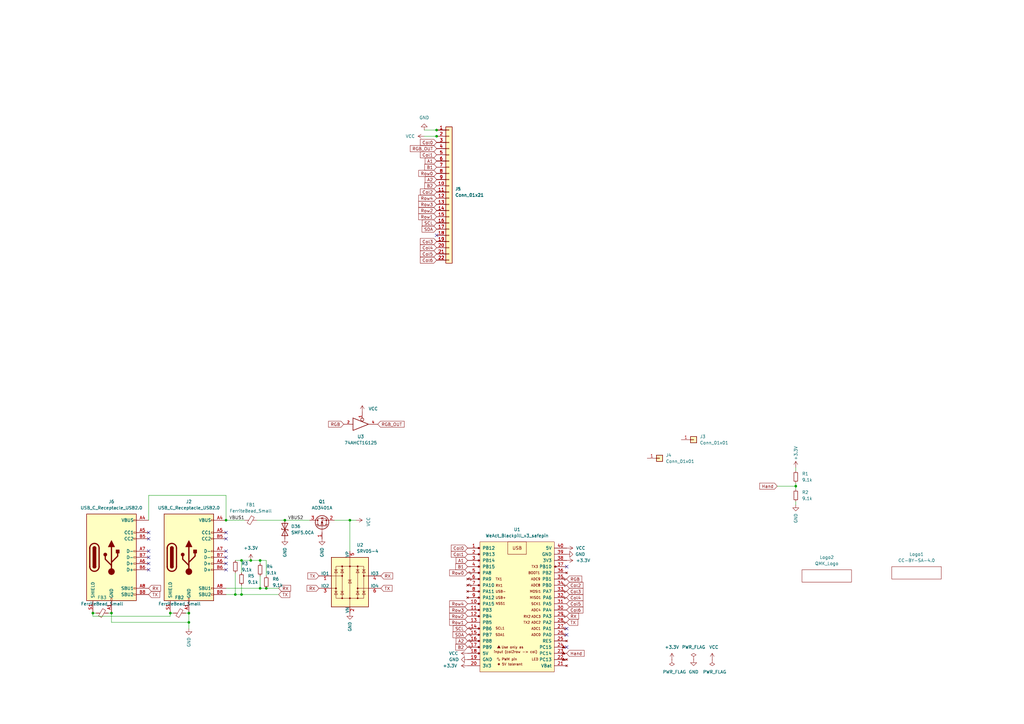
<source format=kicad_sch>
(kicad_sch (version 20211123) (generator eeschema)
  (paper "A3")
  (title_block (title "RefleXion 65 - MCU Module") (date "2022-10-10") (rev "v1.0.0") (company "Tweety's Wild Thinking") (comment 1 "Design: Markus Knutsson <markus.knutsson@tweety.se>") (comment 2 "Concept: Pedro Quaresma <pq@live.ie>") (comment 3 "https://github.com/TweetyDaBird") (comment 4 "Licensed under Creative Commons BY-SA 4.0 International"))
  (lib_symbols
    (symbol "74xGxx:74AHCT1G125" (pin_names (offset 1.016))
      (property "Reference" "U" (at -2.54 3.81 0))
      (property "Value" "74AHCT1G125" (at 0 -3.81 0))
      (symbol "74AHCT1G125_0_1"
        (polyline (pts (xy -3.81 2.54) (xy -3.81 -2.54) (xy 2.54 0) (xy -3.81 2.54)) (stroke (width 0.254)))
      )
      (symbol "74AHCT1G125_1_1"
        (pin input inverted (at 0 5.08 270) (length 3.81) (name "~") (number "1"))
        (pin input line (at -7.62 0 0) (length 3.81) (name "~") (number "2"))
        (pin power_in line (at 1.27 -1.27 270) (length 0) hide (name "GND") (number "3"))
        (pin tri_state line (at 6.35 0 180) (length 3.81) (name "~") (number "4"))
        (pin power_in line (at 1.27 1.27 90) (length 0) hide (name "VCC") (number "5"))
      )
    )
    (symbol "Connector:USB_C_Receptacle_USB2.0" (pin_names (offset 1.016))
      (property "Reference" "J" (at -10.16 19.05 0))
      (property "Value" "USB_C_Receptacle_USB2.0" (at 19.05 19.05 0))
      (symbol "USB_C_Receptacle_USB2.0_0_0"
        (rectangle (start -0.254 -17.78) (end 0.254 -16.764))
        (rectangle (start 10.16 -14.986) (end 9.144 -15.494))
        (rectangle (start 10.16 -12.446) (end 9.144 -12.954))
        (rectangle (start 10.16 -4.826) (end 9.144 -5.334))
        (rectangle (start 10.16 -2.286) (end 9.144 -2.794))
        (rectangle (start 10.16 0.254) (end 9.144 -0.254))
        (rectangle (start 10.16 2.794) (end 9.144 2.286))
        (rectangle (start 10.16 7.874) (end 9.144 7.366))
        (rectangle (start 10.16 10.414) (end 9.144 9.906))
        (rectangle (start 10.16 15.494) (end 9.144 14.986))
      )
      (symbol "USB_C_Receptacle_USB2.0_0_1"
        (rectangle (start -10.16 17.78) (end 10.16 -17.78) (stroke (width 0.254)) (fill (type background)))
        (arc (start -8.89 -3.81) (mid -6.985 -5.715) (end -5.08 -3.81) (stroke (width 0.508)))
        (arc (start -7.62 -3.81) (mid -6.985 -4.445) (end -6.35 -3.81) (stroke (width 0.254)))
        (arc (start -7.62 -3.81) (mid -6.985 -4.445) (end -6.35 -3.81) (stroke (width 0.254)) (fill (type outline)))
        (rectangle (start -7.62 -3.81) (end -6.35 3.81) (stroke (width 0.254)) (fill (type outline)))
        (arc (start -6.35 3.81) (mid -6.985 4.445) (end -7.62 3.81) (stroke (width 0.254)))
        (arc (start -6.35 3.81) (mid -6.985 4.445) (end -7.62 3.81) (stroke (width 0.254)) (fill (type outline)))
        (arc (start -5.08 3.81) (mid -6.985 5.715) (end -8.89 3.81) (stroke (width 0.508)))
        (circle (center -2.54 1.143) (radius 0.635) (stroke (width 0.254)) (fill (type outline)))
        (circle (center 0 -5.842) (radius 1.27) (fill (type outline)))
        (polyline (pts (xy -8.89 -3.81) (xy -8.89 3.81)) (stroke (width 0.508)))
        (polyline (pts (xy -5.08 3.81) (xy -5.08 -3.81)) (stroke (width 0.508)))
        (polyline (pts (xy 0 -5.842) (xy 0 4.318)) (stroke (width 0.508)))
        (polyline (pts (xy 0 -3.302) (xy -2.54 -0.762) (xy -2.54 0.508)) (stroke (width 0.508)))
        (polyline (pts (xy 0 -2.032) (xy 2.54 0.508) (xy 2.54 1.778)) (stroke (width 0.508)))
        (polyline (pts (xy -1.27 4.318) (xy 0 6.858) (xy 1.27 4.318) (xy -1.27 4.318)) (stroke (width 0.254)) (fill (type outline)))
        (rectangle (start 1.905 1.778) (end 3.175 3.048) (stroke (width 0.254)) (fill (type outline)))
      )
      (symbol "USB_C_Receptacle_USB2.0_1_1"
        (pin passive line (at 0 -22.86 90) (length 5.08) (name "GND") (number "A1"))
        (pin passive line (at 0 -22.86 90) (length 5.08) hide (name "GND") (number "A12"))
        (pin passive line (at 15.24 15.24 180) (length 5.08) (name "VBUS") (number "A4"))
        (pin bidirectional line (at 15.24 10.16 180) (length 5.08) (name "CC1") (number "A5"))
        (pin bidirectional line (at 15.24 -2.54 180) (length 5.08) (name "D+") (number "A6"))
        (pin bidirectional line (at 15.24 2.54 180) (length 5.08) (name "D-") (number "A7"))
        (pin bidirectional line (at 15.24 -12.7 180) (length 5.08) (name "SBU1") (number "A8"))
        (pin passive line (at 15.24 15.24 180) (length 5.08) hide (name "VBUS") (number "A9"))
        (pin passive line (at 0 -22.86 90) (length 5.08) hide (name "GND") (number "B1"))
        (pin passive line (at 0 -22.86 90) (length 5.08) hide (name "GND") (number "B12"))
        (pin passive line (at 15.24 15.24 180) (length 5.08) hide (name "VBUS") (number "B4"))
        (pin bidirectional line (at 15.24 7.62 180) (length 5.08) (name "CC2") (number "B5"))
        (pin bidirectional line (at 15.24 -5.08 180) (length 5.08) (name "D+") (number "B6"))
        (pin bidirectional line (at 15.24 0 180) (length 5.08) (name "D-") (number "B7"))
        (pin bidirectional line (at 15.24 -15.24 180) (length 5.08) (name "SBU2") (number "B8"))
        (pin passive line (at 15.24 15.24 180) (length 5.08) hide (name "VBUS") (number "B9"))
        (pin passive line (at -7.62 -22.86 90) (length 5.08) (name "SHIELD") (number "S1"))
      )
    )
    (symbol "Connector_Generic:Conn_01x01" (pin_names (offset 1.016) hide)
      (property "Reference" "J" (at 0 2.54 0))
      (property "Value" "Conn_01x01" (at 0 -2.54 0))
      (symbol "Conn_01x01_1_1"
        (rectangle (start -1.27 0.127) (end 0 -0.127) (stroke (width 0.1524)))
        (rectangle (start -1.27 1.27) (end 1.27 -1.27) (stroke (width 0.254)) (fill (type background)))
        (pin passive line (at -5.08 0 0) (length 3.81) (name "Pin_1") (number "1"))
      )
    )
    (symbol "Connector_Generic:Conn_01x22" (pin_names (offset 1.016) hide)
      (property "Reference" "J" (at 0 27.94 0))
      (property "Value" "Conn_01x22" (at 0 -30.48 0))
      (symbol "Conn_01x22_1_1"
        (rectangle (start -1.27 -27.813) (end 0 -28.067) (stroke (width 0.1524)))
        (rectangle (start -1.27 -25.273) (end 0 -25.527) (stroke (width 0.1524)))
        (rectangle (start -1.27 -22.733) (end 0 -22.987) (stroke (width 0.1524)))
        (rectangle (start -1.27 -20.193) (end 0 -20.447) (stroke (width 0.1524)))
        (rectangle (start -1.27 -17.653) (end 0 -17.907) (stroke (width 0.1524)))
        (rectangle (start -1.27 -15.113) (end 0 -15.367) (stroke (width 0.1524)))
        (rectangle (start -1.27 -12.573) (end 0 -12.827) (stroke (width 0.1524)))
        (rectangle (start -1.27 -10.033) (end 0 -10.287) (stroke (width 0.1524)))
        (rectangle (start -1.27 -7.493) (end 0 -7.747) (stroke (width 0.1524)))
        (rectangle (start -1.27 -4.953) (end 0 -5.207) (stroke (width 0.1524)))
        (rectangle (start -1.27 -2.413) (end 0 -2.667) (stroke (width 0.1524)))
        (rectangle (start -1.27 0.127) (end 0 -0.127) (stroke (width 0.1524)))
        (rectangle (start -1.27 2.667) (end 0 2.413) (stroke (width 0.1524)))
        (rectangle (start -1.27 5.207) (end 0 4.953) (stroke (width 0.1524)))
        (rectangle (start -1.27 7.747) (end 0 7.493) (stroke (width 0.1524)))
        (rectangle (start -1.27 10.287) (end 0 10.033) (stroke (width 0.1524)))
        (rectangle (start -1.27 12.827) (end 0 12.573) (stroke (width 0.1524)))
        (rectangle (start -1.27 15.367) (end 0 15.113) (stroke (width 0.1524)))
        (rectangle (start -1.27 17.907) (end 0 17.653) (stroke (width 0.1524)))
        (rectangle (start -1.27 20.447) (end 0 20.193) (stroke (width 0.1524)))
        (rectangle (start -1.27 22.987) (end 0 22.733) (stroke (width 0.1524)))
        (rectangle (start -1.27 25.527) (end 0 25.273) (stroke (width 0.1524)))
        (rectangle (start -1.27 26.67) (end 1.27 -29.21) (stroke (width 0.254)) (fill (type background)))
        (pin passive line (at -5.08 25.4 0) (length 3.81) (name "Pin_1") (number "1"))
        (pin passive line (at -5.08 2.54 0) (length 3.81) (name "Pin_10") (number "10"))
        (pin passive line (at -5.08 0 0) (length 3.81) (name "Pin_11") (number "11"))
        (pin passive line (at -5.08 -2.54 0) (length 3.81) (name "Pin_12") (number "12"))
        (pin passive line (at -5.08 -5.08 0) (length 3.81) (name "Pin_13") (number "13"))
        (pin passive line (at -5.08 -7.62 0) (length 3.81) (name "Pin_14") (number "14"))
        (pin passive line (at -5.08 -10.16 0) (length 3.81) (name "Pin_15") (number "15"))
        (pin passive line (at -5.08 -12.7 0) (length 3.81) (name "Pin_16") (number "16"))
        (pin passive line (at -5.08 -15.24 0) (length 3.81) (name "Pin_17") (number "17"))
        (pin passive line (at -5.08 -17.78 0) (length 3.81) (name "Pin_18") (number "18"))
        (pin passive line (at -5.08 -20.32 0) (length 3.81) (name "Pin_19") (number "19"))
        (pin passive line (at -5.08 22.86 0) (length 3.81) (name "Pin_2") (number "2"))
        (pin passive line (at -5.08 -22.86 0) (length 3.81) (name "Pin_20") (number "20"))
        (pin passive line (at -5.08 -25.4 0) (length 3.81) (name "Pin_21") (number "21"))
        (pin passive line (at -5.08 -27.94 0) (length 3.81) (name "Pin_22") (number "22"))
        (pin passive line (at -5.08 20.32 0) (length 3.81) (name "Pin_3") (number "3"))
        (pin passive line (at -5.08 17.78 0) (length 3.81) (name "Pin_4") (number "4"))
        (pin passive line (at -5.08 15.24 0) (length 3.81) (name "Pin_5") (number "5"))
        (pin passive line (at -5.08 12.7 0) (length 3.81) (name "Pin_6") (number "6"))
        (pin passive line (at -5.08 10.16 0) (length 3.81) (name "Pin_7") (number "7"))
        (pin passive line (at -5.08 7.62 0) (length 3.81) (name "Pin_8") (number "8"))
        (pin passive line (at -5.08 5.08 0) (length 3.81) (name "Pin_9") (number "9"))
      )
    )
    (symbol "Device:FerriteBead_Small" (pin_numbers hide) (pin_names (offset 0))
      (property "Reference" "FB" (at 1.905 1.27 0))
      (property "Value" "FerriteBead_Small" (at 1.905 -1.27 0))
      (symbol "FerriteBead_Small_0_1"
        (polyline (pts (xy 0 -1.27) (xy 0 -0.7874)))
        (polyline (pts (xy 0 0.889) (xy 0 1.2954)))
        (polyline (pts (xy -1.8288 0.2794) (xy -1.1176 1.4986) (xy 1.8288 -0.2032) (xy 1.1176 -1.4224) (xy -1.8288 0.2794)))
      )
      (symbol "FerriteBead_Small_1_1"
        (pin passive line (at 0 2.54 270) (length 1.27) (name "~") (number "1"))
        (pin passive line (at 0 -2.54 90) (length 1.27) (name "~") (number "2"))
      )
    )
    (symbol "Device:R_Small" (pin_numbers hide) (pin_names (offset 0.254) hide)
      (property "Reference" "R" (at 0.762 0.508 0))
      (property "Value" "R_Small" (at 0.762 -1.016 0))
      (symbol "R_Small_0_1"
        (rectangle (start -0.762 1.778) (end 0.762 -1.778) (stroke (width 0.2032)))
      )
      (symbol "R_Small_1_1"
        (pin passive line (at 0 2.54 270) (length 0.762) (name "~") (number "1"))
        (pin passive line (at 0 -2.54 90) (length 0.762) (name "~") (number "2"))
      )
    )
    (symbol "Keyboard Common:SMF5.0CA" (pin_numbers hide) (pin_names (offset 1.016) hide)
      (property "Reference" "D39" (at 2.54 0 90))
      (property "Value" "SMF5.0CA" (at 2.54 -2.54 90))
      (symbol "SMF5.0CA_0_1"
        (polyline (pts (xy 1.27 0) (xy -1.27 0)))
        (polyline (pts (xy 0.508 1.27) (xy 0 1.27) (xy 0 -1.27) (xy -0.508 -1.27)) (stroke (width 0.254)))
        (polyline (pts (xy -2.54 1.27) (xy -2.54 -1.27) (xy 2.54 1.27) (xy 2.54 -1.27) (xy -2.54 1.27)) (stroke (width 0.254)))
      )
      (symbol "SMF5.0CA_1_1"
        (pin passive line (at -3.81 0 0) (length 2.54) (name "A1") (number "1"))
        (pin passive line (at 3.81 0 180) (length 2.54) (name "A2") (number "2"))
      )
    )
    (symbol "Keyboard Controllers:WeAct_Blackpill_v3_safepin" (pin_names (offset 1.016))
      (property "Reference" "U" (at -12.7 27.94 0))
      (property "Value" "WeAct_Blackpill_v3_safepin" (at 0 2.54 90))
      (symbol "WeAct_Blackpill_v3_safepin_0_0"
        (circle (center -15.748 -20.32) (radius 0.3556) (fill (type outline)))
        (circle (center -15.748 -17.78) (radius 0.3556) (fill (type outline)))
        (circle (center -15.748 -15.24) (radius 0.3556) (fill (type outline)))
        (circle (center -15.748 -12.7) (radius 0.3556) (fill (type outline)))
        (circle (center -15.748 -10.16) (radius 0.3556) (fill (type outline)))
        (circle (center -15.748 -5.08) (radius 0.3556) (fill (type outline)))
        (circle (center -15.748 -2.54) (radius 0.3556) (fill (type outline)))
        (circle (center -15.748 0) (radius 0.3556) (fill (type outline)))
        (circle (center -15.748 2.54) (radius 0.3556) (fill (type outline)))
        (circle (center -15.748 5.08) (radius 0.3556) (fill (type outline)))
        (circle (center -15.748 7.62) (radius 0.3556) (fill (type outline)))
        (circle (center -15.748 10.16) (radius 0.3556) (fill (type outline)))
        (circle (center -15.748 12.7) (radius 0.3556) (fill (type outline)))
        (circle (center -15.748 15.24) (radius 0.3556) (fill (type outline)))
        (circle (center -15.748 17.78) (radius 0.3556) (fill (type outline)))
        (circle (center -15.748 22.86) (radius 0.3556) (fill (type outline)))
        (circle (center -7.493 -24.765) (radius 0.127) (fill (type outline)))
        (circle (center -7.493 -24.765) (radius 0.254))
        (circle (center -7.493 -24.765) (radius 0.3556))
        (polyline (pts (xy -8.128 -18.161) (xy -7.493 -17.145) (xy -6.858 -18.161) (xy -8.128 -18.161) (xy -7.493 -17.272) (xy -6.985 -18.161) (xy -8.001 -18.034) (xy -7.493 -17.399) (xy -7.112 -18.161) (xy -7.874 -17.907) (xy -7.366 -17.526) (xy -7.239 -18.161) (xy -7.747 -17.78) (xy -7.239 -17.653) (xy -7.366 -18.034) (xy -7.62 -17.78) (xy -7.366 -17.907) (xy -7.493 -17.653)))
        (polyline (pts (xy 18.415 -23.241) (xy 19.05 -22.225) (xy 19.685 -23.241) (xy 18.415 -23.241) (xy 19.05 -22.352) (xy 19.558 -23.241) (xy 18.542 -23.114) (xy 19.05 -22.479) (xy 19.431 -23.241) (xy 18.669 -22.987) (xy 19.177 -22.606) (xy 19.304 -23.241) (xy 18.796 -22.86) (xy 19.304 -22.733) (xy 19.177 -23.114) (xy 18.923 -22.86) (xy 19.177 -22.987) (xy 19.05 -22.733)))
        (polyline (pts (xy 18.415 -20.701) (xy 19.05 -19.685) (xy 19.685 -20.701) (xy 18.415 -20.701) (xy 19.05 -19.812) (xy 19.558 -20.701) (xy 18.542 -20.574) (xy 19.05 -19.939) (xy 19.431 -20.701) (xy 18.669 -20.447) (xy 19.177 -20.066) (xy 19.304 -20.701) (xy 18.796 -20.32) (xy 19.304 -20.193) (xy 19.177 -20.574) (xy 18.923 -20.32) (xy 19.177 -20.447) (xy 19.05 -20.193)))
        (polyline (pts (xy 18.415 -18.161) (xy 19.05 -17.145) (xy 19.685 -18.161) (xy 18.415 -18.161) (xy 19.05 -17.272) (xy 19.558 -18.161) (xy 18.542 -18.034) (xy 19.05 -17.399) (xy 19.431 -18.161) (xy 18.669 -17.907) (xy 19.177 -17.526) (xy 19.304 -18.161) (xy 18.796 -17.78) (xy 19.304 -17.653) (xy 19.177 -18.034) (xy 18.923 -17.78) (xy 19.177 -17.907) (xy 19.05 -17.653)))
        (circle (center 15.748 15.24) (radius 0.254) (fill (type outline)))
        (circle (center 15.748 15.24) (radius 0.3556))
        (text "5V tolerant" (at -2.032 -24.765 0) (effects (font (size 0.9906 0.9906))))
        (text "ADC0" (at 7.747 -12.7 0) (effects (font (size 0.9906 0.9906))))
        (text "ADC1" (at 7.747 -10.16 0) (effects (font (size 0.9906 0.9906))))
        (text "ADC2" (at 7.747 -7.62 0) (effects (font (size 0.9906 0.9906))))
        (text "ADC3" (at 7.747 -5.207 0) (effects (font (size 0.9906 0.9906))))
        (text "ADC4" (at 7.747 -2.54 0) (effects (font (size 0.9906 0.9906))))
        (text "ADC8" (at 7.62 7.62 0) (effects (font (size 0.9906 0.9906))))
        (text "ADC9" (at 7.62 10.16 0) (effects (font (size 0.9906 0.9906))))
        (text "BOOT1" (at 6.985 12.7 0) (effects (font (size 0.9906 0.9906))))
        (text "input (col2row -> col)" (at -0.635 -19.685 0) (effects (font (size 0.9906 0.9906))))
        (text "LED" (at 7.366 -22.733 0) (effects (font (size 0.9906 0.9906))))
        (text "MISO1" (at 7.493 2.54 0) (effects (font (size 0.9906 0.9906))))
        (text "MOSI1" (at 7.493 5.08 0) (effects (font (size 0.9906 0.9906))))
        (text "NSS1" (at -6.858 0.127 0) (effects (font (size 0.9906 0.9906))))
        (text "PWM pin" (at -3.175 -22.733 0) (effects (font (size 0.9906 0.9906))))
        (text "RX1" (at -7.366 7.493 0) (effects (font (size 0.9906 0.9906))))
        (text "RX2" (at 4.064 -5.207 0) (effects (font (size 0.9906 0.9906))))
        (text "SCK1" (at 7.747 0 0) (effects (font (size 0.9906 0.9906))))
        (text "SCL1" (at -6.985 -10.033 0) (effects (font (size 0.9906 0.9906))))
        (text "SDA1" (at -6.985 -12.7 0) (effects (font (size 0.9906 0.9906))))
        (text "TX1" (at -7.493 10.16 0) (effects (font (size 0.9906 0.9906))))
        (text "TX2" (at 3.937 -7.62 0) (effects (font (size 0.9906 0.9906))))
        (text "TX3" (at 7.239 15.24 0) (effects (font (size 0.9906 0.9906))))
        (text "USB" (at 0 22.86 0) (effects (font (size 1.27 1.27))))
        (text "USB+" (at -6.731 2.54 0) (effects (font (size 0.9906 0.9906))))
        (text "USB-" (at -6.731 5.08 0) (effects (font (size 0.9906 0.9906))))
        (text "Use only as" (at -1.905 -17.78 0) (effects (font (size 0.9906 0.9906))))
      )
      (symbol "WeAct_Blackpill_v3_safepin_0_1"
        (rectangle (start -15.24 25.4) (end 15.24 -27.94) (fill (type background)))
        (polyline (pts (xy -18.796 -17.78) (xy -18.796 -18.288) (xy -19.304 -18.288) (xy -19.304 -17.272) (xy -19.812 -17.272) (xy -19.812 -17.78)))
        (polyline (pts (xy -18.796 -15.24) (xy -18.796 -15.748) (xy -19.304 -15.748) (xy -19.304 -14.732) (xy -19.812 -14.732) (xy -19.812 -15.24)))
        (polyline (pts (xy -18.796 -12.7) (xy -18.796 -13.208) (xy -19.304 -13.208) (xy -19.304 -12.192) (xy -19.812 -12.192) (xy -19.812 -12.7)))
        (polyline (pts (xy -18.796 -10.16) (xy -18.796 -10.668) (xy -19.304 -10.668) (xy -19.304 -9.652) (xy -19.812 -9.652) (xy -19.812 -10.16)))
        (polyline (pts (xy -18.796 7.62) (xy -18.796 7.112) (xy -19.304 7.112) (xy -19.304 8.128) (xy -19.812 8.128) (xy -19.812 7.62)))
        (polyline (pts (xy -18.796 10.16) (xy -18.796 9.652) (xy -19.304 9.652) (xy -19.304 10.668) (xy -19.812 10.668) (xy -19.812 10.16)))
        (polyline (pts (xy -18.796 12.7) (xy -18.796 12.192) (xy -19.304 12.192) (xy -19.304 13.208) (xy -19.812 13.208) (xy -19.812 12.7)))
        (polyline (pts (xy -7.112 -22.733) (xy -7.112 -23.241) (xy -7.62 -23.241) (xy -7.62 -22.225) (xy -8.128 -22.225) (xy -8.128 -22.733)))
        (polyline (pts (xy 19.812 -12.7) (xy 19.812 -13.208) (xy 19.304 -13.208) (xy 19.304 -12.192) (xy 18.796 -12.192) (xy 18.796 -12.7)))
        (polyline (pts (xy 19.812 -10.16) (xy 19.812 -10.668) (xy 19.304 -10.668) (xy 19.304 -9.652) (xy 18.796 -9.652) (xy 18.796 -10.16)))
        (polyline (pts (xy 19.812 -7.62) (xy 19.812 -8.128) (xy 19.304 -8.128) (xy 19.304 -7.112) (xy 18.796 -7.112) (xy 18.796 -7.62)))
        (polyline (pts (xy 19.812 -5.08) (xy 19.812 -5.588) (xy 19.304 -5.588) (xy 19.304 -4.572) (xy 18.796 -4.572) (xy 18.796 -5.08)))
        (polyline (pts (xy 19.812 2.54) (xy 19.812 2.032) (xy 19.304 2.032) (xy 19.304 3.048) (xy 18.796 3.048) (xy 18.796 2.54)))
        (polyline (pts (xy 19.812 5.08) (xy 19.812 4.572) (xy 19.304 4.572) (xy 19.304 5.588) (xy 18.796 5.588) (xy 18.796 5.08)))
        (polyline (pts (xy 19.812 7.62) (xy 19.812 7.112) (xy 19.304 7.112) (xy 19.304 8.128) (xy 18.796 8.128) (xy 18.796 7.62)))
        (polyline (pts (xy 19.812 10.16) (xy 19.812 9.652) (xy 19.304 9.652) (xy 19.304 10.668) (xy 18.796 10.668) (xy 18.796 10.16)))
        (rectangle (start 3.81 25.4) (end -3.81 20.32))
      )
      (symbol "WeAct_Blackpill_v3_safepin_1_1"
        (circle (center -15.748 20.32) (radius 0.3556) (fill (type outline)))
        (pin bidirectional line (at -20.32 22.86 0) (length 5.08) (name "PB12") (number "1"))
        (pin bidirectional line (at -20.32 0 0) (length 5.08) (name "PA15") (number "10"))
        (pin bidirectional line (at -20.32 -2.54 0) (length 5.08) (name "PB3") (number "11"))
        (pin bidirectional line (at -20.32 -5.08 0) (length 5.08) (name "PB4") (number "12"))
        (pin bidirectional line (at -20.32 -7.62 0) (length 5.08) (name "PB5") (number "13"))
        (pin bidirectional line (at -20.32 -10.16 0) (length 5.08) (name "PB6") (number "14"))
        (pin bidirectional line (at -20.32 -12.7 0) (length 5.08) (name "PB7") (number "15"))
        (pin bidirectional line (at -20.32 -15.24 0) (length 5.08) (name "PB8") (number "16"))
        (pin bidirectional line (at -20.32 -17.78 0) (length 5.08) (name "PB9") (number "17"))
        (pin power_in line (at -20.32 -20.32 0) (length 5.08) (name "5V") (number "18"))
        (pin power_in line (at -20.32 -22.86 0) (length 5.08) (name "GND") (number "19"))
        (pin bidirectional line (at -20.32 20.32 0) (length 5.08) (name "PB13") (number "2"))
        (pin power_in line (at -20.32 -25.4 0) (length 5.08) (name "3V3") (number "20"))
        (pin no_connect line (at 20.32 -25.4 180) (length 5.08) (name "VBat") (number "21"))
        (pin no_connect line (at 20.32 -22.86 180) (length 5.08) (name "PC13") (number "22"))
        (pin bidirectional line (at 20.32 -20.32 180) (length 5.08) (name "PC14") (number "23"))
        (pin bidirectional line (at 20.32 -17.78 180) (length 5.08) (name "PC15") (number "24"))
        (pin no_connect line (at 20.32 -15.24 180) (length 5.08) (name "RES") (number "25"))
        (pin bidirectional line (at 20.32 -12.7 180) (length 5.08) (name "PA0") (number "26"))
        (pin bidirectional line (at 20.32 -10.16 180) (length 5.08) (name "PA1") (number "27"))
        (pin bidirectional line (at 20.32 -7.62 180) (length 5.08) (name "PA2") (number "28"))
        (pin bidirectional line (at 20.32 -5.08 180) (length 5.08) (name "PA3") (number "29"))
        (pin bidirectional line (at -20.32 17.78 0) (length 5.08) (name "PB14") (number "3"))
        (pin bidirectional line (at 20.32 -2.54 180) (length 5.08) (name "PA4") (number "30"))
        (pin bidirectional line (at 20.32 0 180) (length 5.08) (name "PA5") (number "31"))
        (pin bidirectional line (at 20.32 2.54 180) (length 5.08) (name "PA6") (number "32"))
        (pin bidirectional line (at 20.32 5.08 180) (length 5.08) (name "PA7") (number "33"))
        (pin bidirectional line (at 20.32 7.62 180) (length 5.08) (name "PB0") (number "34"))
        (pin bidirectional line (at 20.32 10.16 180) (length 5.08) (name "PB1") (number "35"))
        (pin no_connect line (at 20.32 12.7 180) (length 5.08) (name "PB2") (number "36"))
        (pin bidirectional line (at 20.32 15.24 180) (length 5.08) (name "PB10") (number "37"))
        (pin power_in line (at 20.32 17.78 180) (length 5.08) (name "3V3") (number "38"))
        (pin power_in line (at 20.32 20.32 180) (length 5.08) (name "GND") (number "39"))
        (pin bidirectional line (at -20.32 15.24 0) (length 5.08) (name "PB15") (number "4"))
        (pin power_in line (at 20.32 22.86 180) (length 5.08) (name "5V") (number "40"))
        (pin bidirectional line (at -20.32 12.7 0) (length 5.08) (name "PA8") (number "5"))
        (pin no_connect line (at -20.32 10.16 0) (length 5.08) (name "PA9") (number "6"))
        (pin no_connect line (at -20.32 7.62 0) (length 5.08) (name "PA10") (number "7"))
        (pin no_connect line (at -20.32 5.08 0) (length 5.08) (name "PA11") (number "8"))
        (pin no_connect line (at -20.32 2.54 0) (length 5.08) (name "PA12") (number "9"))
      )
    )
    (symbol "Logotypes:CC-BY-SA-4.0" (pin_names (offset 1.016))
      (property "Reference" "Logo" (at 0 1.27 0))
      (property "Value" "CC-BY-SA-4.0" (at 0 -1.27 0))
      (symbol "CC-BY-SA-4.0_0_1"
        (rectangle (start -10.16 2.54) (end 10.16 -2.54))
      )
    )
    (symbol "Logotypes:QMK_Logo" (pin_numbers hide) (pin_names (offset 0) hide) (in_bom no)
      (property "Reference" "Logo" (at 0 0 0))
      (property "Value" "QMK_Logo" (at 0 2.54 0))
      (symbol "QMK_Logo_0_1"
        (rectangle (start -10.16 3.81) (end 10.16 -1.27))
      )
    )
    (symbol "Power_Protection:SRV05-4" (pin_names (offset 0))
      (property "Reference" "U" (at -5.08 11.43 0))
      (property "Value" "SRV05-4" (at 2.54 11.43 0))
      (symbol "SRV05-4_0_0"
        (rectangle (start -5.715 6.477) (end 5.715 -6.604))
        (polyline (pts (xy -3.175 -6.604) (xy -3.175 6.477)))
        (polyline (pts (xy 3.175 6.477) (xy 3.175 -6.604)))
      )
      (symbol "SRV05-4_0_1"
        (rectangle (start -7.62 10.16) (end 7.62 -10.16) (stroke (width 0.254)) (fill (type background)))
        (circle (center -5.715 -2.54) (radius 0.2794) (fill (type outline)))
        (circle (center -3.175 -6.604) (radius 0.2794) (fill (type outline)))
        (circle (center -3.175 2.54) (radius 0.2794) (fill (type outline)))
        (circle (center -3.175 6.477) (radius 0.2794) (fill (type outline)))
        (circle (center 0 -6.604) (radius 0.2794) (fill (type outline)))
        (polyline (pts (xy -7.747 2.54) (xy -3.175 2.54)))
        (polyline (pts (xy -7.62 -2.54) (xy -5.715 -2.54)))
        (polyline (pts (xy -5.08 -3.81) (xy -6.35 -3.81)))
        (polyline (pts (xy -5.08 5.08) (xy -6.35 5.08)))
        (polyline (pts (xy -2.54 -3.81) (xy -3.81 -3.81)))
        (polyline (pts (xy -2.54 5.08) (xy -3.81 5.08)))
        (polyline (pts (xy 0 10.16) (xy 0 -10.16)))
        (polyline (pts (xy 3.81 -3.81) (xy 2.54 -3.81)))
        (polyline (pts (xy 3.81 5.08) (xy 2.54 5.08)))
        (polyline (pts (xy 6.35 -3.81) (xy 5.08 -3.81)))
        (polyline (pts (xy 6.35 5.08) (xy 5.08 5.08)))
        (polyline (pts (xy 7.62 -2.54) (xy 3.175 -2.54)))
        (polyline (pts (xy 7.62 2.54) (xy 5.715 2.54)))
        (polyline (pts (xy 0.635 0.889) (xy -0.635 0.889) (xy -0.635 0.635)))
        (polyline (pts (xy -5.08 -5.08) (xy -6.35 -5.08) (xy -5.715 -3.81) (xy -5.08 -5.08)))
        (polyline (pts (xy -5.08 3.81) (xy -6.35 3.81) (xy -5.715 5.08) (xy -5.08 3.81)))
        (polyline (pts (xy -2.54 -5.08) (xy -3.81 -5.08) (xy -3.175 -3.81) (xy -2.54 -5.08)))
        (polyline (pts (xy -2.54 3.81) (xy -3.81 3.81) (xy -3.175 5.08) (xy -2.54 3.81)))
        (polyline (pts (xy 0.635 -0.381) (xy -0.635 -0.381) (xy 0 0.889) (xy 0.635 -0.381)))
        (polyline (pts (xy 3.81 -5.08) (xy 2.54 -5.08) (xy 3.175 -3.81) (xy 3.81 -5.08)))
        (polyline (pts (xy 3.81 3.81) (xy 2.54 3.81) (xy 3.175 5.08) (xy 3.81 3.81)))
        (polyline (pts (xy 6.35 -5.08) (xy 5.08 -5.08) (xy 5.715 -3.81) (xy 6.35 -5.08)))
        (polyline (pts (xy 6.35 3.81) (xy 5.08 3.81) (xy 5.715 5.08) (xy 6.35 3.81)))
        (circle (center 0 6.477) (radius 0.2794) (fill (type outline)))
        (circle (center 3.175 -6.604) (radius 0.2794) (fill (type outline)))
        (circle (center 3.175 -2.54) (radius 0.2794) (fill (type outline)))
        (circle (center 3.175 6.477) (radius 0.2794) (fill (type outline)))
        (circle (center 5.715 2.54) (radius 0.2794) (fill (type outline)))
      )
      (symbol "SRV05-4_1_1"
        (pin passive line (at -12.7 2.54 0) (length 5.08) (name "IO1") (number "1"))
        (pin passive line (at 0 -12.7 90) (length 2.54) (name "VN") (number "2"))
        (pin passive line (at -12.7 -2.54 0) (length 5.08) (name "IO2") (number "3"))
        (pin passive line (at 12.7 2.54 180) (length 5.08) (name "IO3") (number "4"))
        (pin passive line (at 0 12.7 270) (length 2.54) (name "VP") (number "5"))
        (pin passive line (at 12.7 -2.54 180) (length 5.08) (name "IO4") (number "6"))
      )
    )
    (symbol "Transistor_FET:AO3401A" (pin_names hide)
      (property "Reference" "Q" (at 5.08 1.905 0))
      (property "Value" "AO3401A" (at 5.08 0 0))
      (symbol "AO3401A_0_1"
        (polyline (pts (xy 0.254 0) (xy -2.54 0)))
        (polyline (pts (xy 0.254 1.905) (xy 0.254 -1.905)) (stroke (width 0.254)))
        (polyline (pts (xy 0.762 -1.27) (xy 0.762 -2.286)) (stroke (width 0.254)))
        (polyline (pts (xy 0.762 0.508) (xy 0.762 -0.508)) (stroke (width 0.254)))
        (polyline (pts (xy 0.762 2.286) (xy 0.762 1.27)) (stroke (width 0.254)))
        (polyline (pts (xy 2.54 2.54) (xy 2.54 1.778)))
        (polyline (pts (xy 2.54 -2.54) (xy 2.54 0) (xy 0.762 0)))
        (polyline (pts (xy 0.762 1.778) (xy 3.302 1.778) (xy 3.302 -1.778) (xy 0.762 -1.778)))
        (polyline (pts (xy 2.286 0) (xy 1.27 0.381) (xy 1.27 -0.381) (xy 2.286 0)) (fill (type outline)))
        (polyline (pts (xy 2.794 -0.508) (xy 2.921 -0.381) (xy 3.683 -0.381) (xy 3.81 -0.254)))
        (polyline (pts (xy 3.302 -0.381) (xy 2.921 0.254) (xy 3.683 0.254) (xy 3.302 -0.381)))
        (circle (center 1.651 0) (radius 2.794) (stroke (width 0.254)))
        (circle (center 2.54 -1.778) (radius 0.254) (fill (type outline)))
        (circle (center 2.54 1.778) (radius 0.254) (fill (type outline)))
      )
      (symbol "AO3401A_1_1"
        (pin input line (at -5.08 0 0) (length 2.54) (name "G") (number "1"))
        (pin passive line (at 2.54 -5.08 90) (length 2.54) (name "S") (number "2"))
        (pin passive line (at 2.54 5.08 270) (length 2.54) (name "D") (number "3"))
      )
    )
    (symbol "power:+3.3V" (power) (pin_names (offset 0))
      (property "Value" "+3.3V" (at 0 3.556 0))
      (symbol "+3.3V_0_1"
        (polyline (pts (xy -0.762 1.27) (xy 0 2.54)))
        (polyline (pts (xy 0 0) (xy 0 2.54)))
        (polyline (pts (xy 0 2.54) (xy 0.762 1.27)))
      )
      (symbol "+3.3V_1_1"
        (pin power_in line (at 0 0 90) (length 0) hide (name "+3.3V") (number "1"))
      )
    )
    (symbol "power:GND" (power) (pin_names (offset 0))
      (property "Value" "GND" (at 0 -3.81 0))
      (symbol "GND_0_1"
        (polyline (pts (xy 0 0) (xy 0 -1.27) (xy 1.27 -1.27) (xy 0 -2.54) (xy -1.27 -1.27) (xy 0 -1.27)))
      )
      (symbol "GND_1_1"
        (pin power_in line (at 0 0 270) (length 0) hide (name "GND") (number "1"))
      )
    )
    (symbol "power:PWR_FLAG" (power) (pin_numbers hide) (pin_names (offset 0) hide)
      (property "Value" "PWR_FLAG" (at 0 3.81 0))
      (symbol "PWR_FLAG_0_0"
        (pin power_out line (at 0 0 90) (length 0) (name "pwr") (number "1"))
      )
      (symbol "PWR_FLAG_0_1"
        (polyline (pts (xy 0 0) (xy 0 1.27) (xy -1.016 1.905) (xy 0 2.54) (xy 1.016 1.905) (xy 0 1.27)))
      )
    )
    (symbol "power:VCC" (power) (pin_names (offset 0))
      (property "Value" "VCC" (at 0 3.81 0))
      (symbol "VCC_0_1"
        (polyline (pts (xy -0.762 1.27) (xy 0 2.54)))
        (polyline (pts (xy 0 0) (xy 0 2.54)))
        (polyline (pts (xy 0 2.54) (xy 0.762 1.27)))
      )
      (symbol "VCC_1_1"
        (pin power_in line (at 0 0 90) (length 0) hide (name "VCC") (number "1"))
      )
    )
  )
  (junction (at 326.39 199.39))
  (junction (at 109.22 241.3))
  (junction (at 99.06 243.84))
  (junction (at 77.47 255.27))
  (junction (at 106.68 241.3))
  (junction (at 116.84 213.36))
  (junction (at 45.72 251.46))
  (junction (at 179.07 55.88))
  (junction (at 99.06 229.87))
  (junction (at 102.87 229.87))
  (junction (at 106.68 229.87))
  (junction (at 38.1 251.46))
  (junction (at 77.47 251.46))
  (junction (at 92.71 213.36))
  (junction (at 143.51 213.36))
  (junction (at 69.85 251.46))
  (junction (at 96.52 243.84))
  (junction (at 179.07 53.34))
  (no_connect (at 232.41 257.81))
  (no_connect (at 232.41 260.35))
  (no_connect (at 232.41 232.41))
  (no_connect (at 179.07 96.52))
  (no_connect (at 232.41 265.43))
  (no_connect (at 60.96 228.6))
  (no_connect (at 60.96 231.14))
  (no_connect (at 60.96 218.44))
  (no_connect (at 60.96 233.68))
  (no_connect (at 60.96 226.06))
  (no_connect (at 60.96 220.98))
  (no_connect (at 92.71 233.68))
  (no_connect (at 92.71 231.14))
  (no_connect (at 92.71 220.98))
  (no_connect (at 92.71 228.6))
  (no_connect (at 92.71 226.06))
  (no_connect (at 92.71 218.44))
  (wire (pts (xy 326.39 205.74) (xy 326.39 207.01)))
  (wire (pts (xy 77.47 255.27) (xy 45.72 255.27)))
  (wire (pts (xy 96.52 229.87) (xy 99.06 229.87)))
  (wire (pts (xy 76.2 251.46) (xy 77.47 251.46)))
  (wire (pts (xy 99.06 229.87) (xy 102.87 229.87)))
  (wire (pts (xy 326.39 198.12) (xy 326.39 199.39)))
  (wire (pts (xy 143.51 213.36) (xy 146.05 213.36)))
  (wire (pts (xy 106.68 236.22) (xy 106.68 241.3)))
  (wire (pts (xy 92.71 203.2) (xy 60.96 203.2)))
  (wire (pts (xy 77.47 251.46) (xy 77.47 255.27)))
  (wire (pts (xy 173.99 53.34) (xy 179.07 53.34)))
  (wire (pts (xy 92.71 213.36) (xy 92.71 203.2)))
  (wire (pts (xy 116.84 213.36) (xy 127 213.36)))
  (wire (pts (xy 77.47 255.27) (xy 77.47 257.81)))
  (wire (pts (xy 143.51 213.36) (xy 143.51 226.06)))
  (wire (pts (xy 96.52 243.84) (xy 92.71 243.84)))
  (wire (pts (xy 96.52 234.95) (xy 96.52 243.84)))
  (wire (pts (xy 106.68 229.87) (xy 106.68 231.14)))
  (wire (pts (xy 38.1 252.73) (xy 69.85 252.73)))
  (wire (pts (xy 44.45 251.46) (xy 45.72 251.46)))
  (wire (pts (xy 326.39 199.39) (xy 326.39 200.66)))
  (wire (pts (xy 137.16 213.36) (xy 143.51 213.36)))
  (wire (pts (xy 326.39 191.77) (xy 326.39 193.04)))
  (wire (pts (xy 92.71 213.36) (xy 100.33 213.36)))
  (wire (pts (xy 38.1 252.73) (xy 38.1 251.46)))
  (wire (pts (xy 71.12 251.46) (xy 69.85 251.46)))
  (wire (pts (xy 318.77 199.39) (xy 326.39 199.39)))
  (wire (pts (xy 109.22 236.22) (xy 109.22 229.87)))
  (wire (pts (xy 38.1 251.46) (xy 39.37 251.46)))
  (wire (pts (xy 99.06 229.87) (xy 99.06 234.95)))
  (wire (pts (xy 114.3 243.84) (xy 99.06 243.84)))
  (wire (pts (xy 105.41 213.36) (xy 116.84 213.36)))
  (wire (pts (xy 173.99 55.88) (xy 179.07 55.88)))
  (wire (pts (xy 106.68 241.3) (xy 92.71 241.3)))
  (wire (pts (xy 114.3 241.3) (xy 109.22 241.3)))
  (wire (pts (xy 99.06 240.03) (xy 99.06 243.84)))
  (wire (pts (xy 109.22 229.87) (xy 106.68 229.87)))
  (wire (pts (xy 102.87 229.87) (xy 106.68 229.87)))
  (wire (pts (xy 99.06 243.84) (xy 96.52 243.84)))
  (wire (pts (xy 109.22 241.3) (xy 106.68 241.3)))
  (wire (pts (xy 45.72 251.46) (xy 45.72 255.27)))
  (wire (pts (xy 60.96 203.2) (xy 60.96 213.36)))
  (wire (pts (xy 69.85 252.73) (xy 69.85 251.46)))
  (label "VBUS2" (at 118.11 213.36 0))
  (label "VBUS1" (at 93.98 213.36 0))
  (global_label "Row4" (shape input) (at 179.07 81.28 180) (property "Intersheet References" "${INTERSHEET_REFS}" (effects hide)))
  (global_label "RX" (shape input) (at 232.41 252.73 0) (property "Intersheet References" "${INTERSHEET_REFS}" (effects hide)))
  (global_label "RX" (shape input) (at 60.96 241.3 0) (property "Intersheet References" "${INTERSHEET_REFS}" (effects hide)))
  (global_label "Col3" (shape input) (at 179.07 99.06 180) (property "Intersheet References" "${INTERSHEET_REFS}" (effects hide)))
  (global_label "RX" (shape input) (at 130.81 241.3 180) (property "Intersheet References" "${INTERSHEET_REFS}" (effects hide)))
  (global_label "Col0" (shape input) (at 191.77 224.79 180) (property "Intersheet References" "${INTERSHEET_REFS}" (effects hide)))
  (global_label "Hand" (shape input) (at 318.77 199.39 180) (property "Intersheet References" "${INTERSHEET_REFS}" (effects hide)))
  (global_label "B2" (shape input) (at 179.07 76.2 180) (property "Intersheet References" "${INTERSHEET_REFS}" (effects hide)))
  (global_label "RX" (shape input) (at 156.21 236.22 0) (property "Intersheet References" "${INTERSHEET_REFS}" (effects hide)))
  (global_label "B1" (shape input) (at 191.77 232.41 180) (property "Intersheet References" "${INTERSHEET_REFS}" (effects hide)))
  (global_label "A1" (shape input) (at 179.07 66.04 180) (property "Intersheet References" "${INTERSHEET_REFS}" (effects hide)))
  (global_label "RGB_OUT" (shape input) (at 179.07 60.96 180) (property "Intersheet References" "${INTERSHEET_REFS}" (effects hide)))
  (global_label "RGB_OUT" (shape input) (at 154.94 173.99 0) (property "Intersheet References" "${INTERSHEET_REFS}" (effects hide)))
  (global_label "Col2" (shape input) (at 179.07 78.74 180) (property "Intersheet References" "${INTERSHEET_REFS}" (effects hide)))
  (global_label "TX" (shape input) (at 130.81 236.22 180) (property "Intersheet References" "${INTERSHEET_REFS}" (effects hide)))
  (global_label "SCL" (shape input) (at 179.07 91.44 180) (property "Intersheet References" "${INTERSHEET_REFS}" (effects hide)))
  (global_label "A1" (shape input) (at 191.77 229.87 180) (property "Intersheet References" "${INTERSHEET_REFS}" (effects hide)))
  (global_label "Row1" (shape input) (at 179.07 88.9 180) (property "Intersheet References" "${INTERSHEET_REFS}" (effects hide)))
  (global_label "Col2" (shape input) (at 232.41 240.03 0) (property "Intersheet References" "${INTERSHEET_REFS}" (effects hide)))
  (global_label "TX" (shape input) (at 60.96 243.84 0) (property "Intersheet References" "${INTERSHEET_REFS}" (effects hide)))
  (global_label "Row2" (shape input) (at 191.77 252.73 180) (property "Intersheet References" "${INTERSHEET_REFS}" (effects hide)))
  (global_label "RX" (shape input) (at 114.3 241.3 0) (property "Intersheet References" "${INTERSHEET_REFS}" (effects hide)))
  (global_label "SDA" (shape input) (at 179.07 93.98 180) (property "Intersheet References" "${INTERSHEET_REFS}" (effects hide)))
  (global_label "Col5" (shape input) (at 232.41 247.65 0) (property "Intersheet References" "${INTERSHEET_REFS}" (effects hide)))
  (global_label "TX" (shape input) (at 156.21 241.3 0) (property "Intersheet References" "${INTERSHEET_REFS}" (effects hide)))
  (global_label "Col5" (shape input) (at 179.07 104.14 180) (property "Intersheet References" "${INTERSHEET_REFS}" (effects hide)))
  (global_label "A2" (shape input) (at 191.77 262.89 180) (property "Intersheet References" "${INTERSHEET_REFS}" (effects hide)))
  (global_label "TX" (shape input) (at 114.3 243.84 0) (property "Intersheet References" "${INTERSHEET_REFS}" (effects hide)))
  (global_label "Row4" (shape input) (at 191.77 247.65 180) (property "Intersheet References" "${INTERSHEET_REFS}" (effects hide)))
  (global_label "Row2" (shape input) (at 179.07 86.36 180) (property "Intersheet References" "${INTERSHEET_REFS}" (effects hide)))
  (global_label "RGB" (shape input) (at 140.97 173.99 180) (property "Intersheet References" "${INTERSHEET_REFS}" (effects hide)))
  (global_label "B1" (shape input) (at 179.07 68.58 180) (property "Intersheet References" "${INTERSHEET_REFS}" (effects hide)))
  (global_label "Col6" (shape input) (at 179.07 106.68 180) (property "Intersheet References" "${INTERSHEET_REFS}" (effects hide)))
  (global_label "RGB" (shape input) (at 232.41 237.49 0) (property "Intersheet References" "${INTERSHEET_REFS}" (effects hide)))
  (global_label "Col0" (shape input) (at 179.07 58.42 180) (property "Intersheet References" "${INTERSHEET_REFS}" (effects hide)))
  (global_label "B2" (shape input) (at 191.77 265.43 180) (property "Intersheet References" "${INTERSHEET_REFS}" (effects hide)))
  (global_label "Row0" (shape input) (at 191.77 234.95 180) (property "Intersheet References" "${INTERSHEET_REFS}" (effects hide)))
  (global_label "Col1" (shape input) (at 191.77 227.33 180) (property "Intersheet References" "${INTERSHEET_REFS}" (effects hide)))
  (global_label "Col6" (shape input) (at 232.41 250.19 0) (property "Intersheet References" "${INTERSHEET_REFS}" (effects hide)))
  (global_label "SCL" (shape input) (at 191.77 257.81 180) (property "Intersheet References" "${INTERSHEET_REFS}" (effects hide)))
  (global_label "Row3" (shape input) (at 179.07 83.82 180) (property "Intersheet References" "${INTERSHEET_REFS}" (effects hide)))
  (global_label "Hand" (shape input) (at 232.41 267.97 0) (property "Intersheet References" "${INTERSHEET_REFS}" (effects hide)))
  (global_label "Row3" (shape input) (at 191.77 250.19 180) (property "Intersheet References" "${INTERSHEET_REFS}" (effects hide)))
  (global_label "Row1" (shape input) (at 191.77 255.27 180) (property "Intersheet References" "${INTERSHEET_REFS}" (effects hide)))
  (global_label "TX" (shape input) (at 232.41 255.27 0) (property "Intersheet References" "${INTERSHEET_REFS}" (effects hide)))
  (global_label "A2" (shape input) (at 179.07 73.66 180) (property "Intersheet References" "${INTERSHEET_REFS}" (effects hide)))
  (global_label "SDA" (shape input) (at 191.77 260.35 180) (property "Intersheet References" "${INTERSHEET_REFS}" (effects hide)))
  (global_label "Col4" (shape input) (at 179.07 101.6 180) (property "Intersheet References" "${INTERSHEET_REFS}" (effects hide)))
  (global_label "Col1" (shape input) (at 179.07 63.5 180) (property "Intersheet References" "${INTERSHEET_REFS}" (effects hide)))
  (global_label "Col4" (shape input) (at 232.41 245.11 0) (property "Intersheet References" "${INTERSHEET_REFS}" (effects hide)))
  (global_label "Row0" (shape input) (at 179.07 71.12 180) (property "Intersheet References" "${INTERSHEET_REFS}" (effects hide)))
  (global_label "Col3" (shape input) (at 232.41 242.57 0) (property "Intersheet References" "${INTERSHEET_REFS}" (effects hide)))
  (symbol (lib_id "Power_Protection:SRV05-4") (at 143.51 238.76 0) (unit 1)
    (property "Reference" "U2" (at 146.2787 223.52 0) (effects (justify left)))
    (property "Value" "SRV05-4" (at 146.2787 226.06 0) (effects (justify left)))
    (property "Footprint" "Package_TO_SOT_SMD:SOT-23-6_Handsoldering" (effects hide))
    (property "Datasheet" "http://www.onsemi.com/pub/Collateral/SRV05-4-D.PDF" (effects hide))
  )
  (symbol (lib_id "Device:R_Small") (at 96.52 232.41 0) (unit 1)
    (property "Reference" "R3" (at 99.06 231.1399 0) (effects (justify left)))
    (property "Value" "9.1k" (at 99.06 233.6799 0) (effects (justify left)))
    (property "Footprint" "Resistor_SMD:R_0603_1608Metric_Pad0.98x0.95mm_HandSolder" (effects hide))
  )
  (symbol (lib_id "power:GND") (at 191.77 270.51 270) (unit 1)
    (property "Reference" "#PWR0104" (effects hide))
    (property "Value" "GND" (at 184.15 270.51 90) (effects (justify left)))
  )
  (symbol (lib_id "power:GND") (at 232.41 227.33 90) (unit 1)
    (property "Reference" "#PWR0106" (effects hide))
    (property "Value" "GND" (at 240.03 227.33 90) (effects (justify left)))
  )
  (symbol (lib_id "Device:R_Small") (at 99.06 237.49 0) (unit 1)
    (property "Reference" "R5" (at 101.6 236.2199 0) (effects (justify left)))
    (property "Value" "9.1k" (at 101.6 238.7599 0) (effects (justify left)))
    (property "Footprint" "Resistor_SMD:R_0603_1608Metric_Pad0.98x0.95mm_HandSolder" (effects hide))
  )
  (symbol (lib_id "power:GND") (at 326.39 207.01 0) (unit 1)
    (property "Reference" "#PWR0113" (effects hide))
    (property "Value" "GND" (at 326.39 214.63 90) (effects (justify left)))
  )
  (symbol (lib_id "power:+3.3V") (at 102.87 229.87 0) (unit 1)
    (property "Reference" "#PWR0115" (effects hide))
    (property "Value" "+3.3V" (at 102.87 224.79 0))
  )
  (symbol (lib_id "Device:R_Small") (at 326.39 203.2 0) (unit 1)
    (property "Reference" "R2" (at 328.93 201.9299 0) (effects (justify left)))
    (property "Value" "9.1k" (at 328.93 204.4699 0) (effects (justify left)))
    (property "Footprint" "Resistor_SMD:R_0603_1608Metric_Pad0.98x0.95mm_HandSolder" (effects hide))
  )
  (symbol (lib_id "power:+3.3V") (at 326.39 191.77 0) (unit 1)
    (property "Reference" "#PWR0112" (effects hide))
    (property "Value" "+3.3V" (at 326.39 182.88 90) (effects (justify right)))
  )
  (symbol (lib_id "Logotypes:QMK_Logo") (at 339.09 237.49 0) (unit 1) (in_bom no)
    (property "Reference" "Logo2" (at 339.09 228.6 0))
    (property "Value" "QMK_Logo" (at 339.09 231.14 0))
    (property "Footprint" "Logotypes:Powered_by_QMK" (effects hide))
  )
  (symbol (lib_id "power:VCC") (at 191.77 267.97 90) (unit 1)
    (property "Reference" "#PWR0103" (effects hide))
    (property "Value" "VCC" (at 187.96 267.9699 90) (effects (justify left)))
  )
  (symbol (lib_id "power:VCC") (at 232.41 224.79 270) (unit 1)
    (property "Reference" "#PWR0105" (effects hide))
    (property "Value" "VCC" (at 236.22 224.7899 90) (effects (justify left)))
  )
  (symbol (lib_id "Device:FerriteBead_Small") (at 73.66 251.46 90) (unit 1)
    (property "Reference" "FB2" (at 73.6219 245.11 90))
    (property "Value" "FerriteBead_Small" (at 73.6219 247.65 90))
    (property "Footprint" "Capacitor_SMD:C_0805_2012Metric_Pad1.18x1.45mm_HandSolder" (effects hide))
  )
  (symbol (lib_id "Device:R_Small") (at 326.39 195.58 0) (unit 1)
    (property "Reference" "R1" (at 328.93 194.3099 0) (effects (justify left)))
    (property "Value" "9.1k" (at 328.93 196.8499 0) (effects (justify left)))
    (property "Footprint" "Resistor_SMD:R_0603_1608Metric_Pad0.98x0.95mm_HandSolder" (effects hide))
  )
  (symbol (lib_id "power:GND") (at 116.84 220.98 0) (unit 1)
    (property "Reference" "#PWR0107" (effects hide))
    (property "Value" "GND" (at 116.84 228.6 90) (effects (justify left)))
  )
  (symbol (lib_id "Connector:USB_C_Receptacle_USB2.0") (at 77.47 228.6 0) (unit 1)
    (property "Reference" "J2" (at 77.47 205.74 0))
    (property "Value" "USB_C_Receptacle_USB2.0" (at 77.47 208.28 0))
    (property "Footprint" "Keyboard Common:HRO_TYPE-C-31-M-12" (effects hide))
    (property "Datasheet" "https://www.usb.org/sites/default/files/documents/usb_type-c.zip" (effects hide))
  )
  (symbol (lib_id "power:GND") (at 143.51 251.46 0) (unit 1)
    (property "Reference" "#PWR0110" (effects hide))
    (property "Value" "GND" (at 143.51 259.08 90) (effects (justify left)))
  )
  (symbol (lib_id "Connector_Generic:Conn_01x22") (at 184.15 78.74 0) (unit 1)
    (property "Reference" "J5" (at 186.69 77.4699 0) (effects (justify left)))
    (property "Value" "Conn_01x21" (at 186.69 80.0099 0) (effects (justify left)))
    (property "Footprint" "Connector_PinHeader_2.54mm:PinHeader_1x22_P2.54mm_Vertical" (effects hide))
  )
  (symbol (lib_id "power:GND") (at 173.99 53.34 0) (mirror x) (unit 1)
    (property "Reference" "#PWR02" (effects hide))
    (property "Value" "GND" (at 173.99 48.26 0))
  )
  (symbol (lib_id "power:VCC") (at 148.59 168.91 0) (mirror y) (unit 1)
    (property "Reference" "#PWR0118" (effects hide))
    (property "Value" "VCC" (at 151.13 167.6399 0) (effects (justify right)))
  )
  (symbol (lib_id "power:PWR_FLAG") (at 275.59 270.51 180) (unit 1)
    (property "Reference" "#FLG0103" (effects hide))
    (property "Value" "PWR_FLAG" (at 271.78 275.59 0) (effects (justify right)))
  )
  (symbol (lib_id "Device:R_Small") (at 106.68 233.68 0) (unit 1)
    (property "Reference" "R4" (at 109.22 232.4099 0) (effects (justify left)))
    (property "Value" "9.1k" (at 109.22 234.9499 0) (effects (justify left)))
    (property "Footprint" "Resistor_SMD:R_0603_1608Metric_Pad0.98x0.95mm_HandSolder" (effects hide))
  )
  (symbol (lib_id "power:+3.3V") (at 275.59 270.51 0) (unit 1)
    (property "Reference" "#PWR0114" (effects hide))
    (property "Value" "+3.3V" (at 275.59 265.43 0))
  )
  (symbol (lib_id "Connector:USB_C_Receptacle_USB2.0") (at 45.72 228.6 0) (unit 1)
    (property "Reference" "J6" (at 45.72 205.74 0))
    (property "Value" "USB_C_Receptacle_USB2.0" (at 45.72 208.28 0))
    (property "Footprint" "Keyboard Common:HRO_TYPE-C-31-M-12" (effects hide))
    (property "Datasheet" "https://www.usb.org/sites/default/files/documents/usb_type-c.zip" (effects hide))
  )
  (symbol (lib_id "Logotypes:CC-BY-SA-4.0") (at 375.92 234.95 0) (unit 1)
    (property "Reference" "Logo1" (at 375.92 227.33 0))
    (property "Value" "CC-BY-SA-4.0" (at 375.92 229.87 0))
    (property "Footprint" "Logotypes:CC_BY_SA_40" (effects hide))
  )
  (symbol (lib_id "Device:FerriteBead_Small") (at 102.87 213.36 90) (unit 1)
    (property "Reference" "FB1" (at 102.8319 207.01 90))
    (property "Value" "FerriteBead_Small" (at 102.8319 209.55 90))
    (property "Footprint" "Capacitor_SMD:C_0805_2012Metric_Pad1.18x1.45mm_HandSolder" (effects hide))
  )
  (symbol (lib_id "Transistor_FET:AO3401A") (at 132.08 215.9 90) (unit 1)
    (property "Reference" "Q1" (at 132.08 205.74 90))
    (property "Value" "AO3401A" (at 132.08 208.28 90))
    (property "Footprint" "Package_TO_SOT_SMD:SOT-23" (effects hide))
    (property "Datasheet" "http://www.aosmd.com/pdfs/datasheet/AO3401A.pdf" (effects hide))
  )
  (symbol (lib_id "power:GND") (at 132.08 220.98 0) (unit 1)
    (property "Reference" "#PWR0109" (effects hide))
    (property "Value" "GND" (at 132.08 228.6 90) (effects (justify left)))
  )
  (symbol (lib_id "power:+3.3V") (at 232.41 229.87 270) (unit 1)
    (property "Reference" "#PWR0117" (effects hide))
    (property "Value" "+3.3V" (at 236.22 229.8699 90) (effects (justify left)))
  )
  (symbol (lib_id "Keyboard Common:SMF5.0CA") (at 116.84 217.17 90) (unit 1)
    (property "Reference" "D36" (at 119.38 215.8999 90) (effects (justify right)))
    (property "Value" "SMF5.0CA" (at 119.38 218.4399 90) (effects (justify right)))
    (property "Footprint" "Diode_SMD:D_SOD-123" (effects hide))
  )
  (symbol (lib_id "74xGxx:74AHCT1G125") (at 148.59 173.99 0) (unit 1)
    (property "Reference" "U3" (at 147.955 179.07 0))
    (property "Value" "74AHCT1G125" (at 147.955 181.61 0))
    (property "Footprint" "Package_TO_SOT_SMD:SOT-23-5_HandSoldering" (effects hide))
    (property "Datasheet" "http://www.ti.com/lit/sg/scyt129e/scyt129e.pdf" (effects hide))
  )
  (symbol (lib_id "power:GND") (at 77.47 257.81 0) (unit 1)
    (property "Reference" "#PWR0108" (effects hide))
    (property "Value" "GND" (at 77.47 265.43 90) (effects (justify left)))
  )
  (symbol (lib_id "Keyboard Controllers:WeAct_Blackpill_v3_safepin") (at 212.09 247.65 0) (unit 1)
    (property "Reference" "U1" (at 212.09 217.17 0))
    (property "Value" "WeAct_Blackpill_v3_safepin" (at 212.09 219.71 0))
    (property "Footprint" "Keyboard Controllers:WeAct_BlackPill_3_reverse_mount" (effects hide))
  )
  (symbol (lib_id "Connector_Generic:Conn_01x22") (at 184.15 78.74 0) (unit 1)
    (property "Reference" "J1" (at 186.69 77.4699 0) (effects (justify left)))
    (property "Value" "Conn_01x21" (at 186.69 80.0099 0) (effects (justify left)))
    (property "Footprint" "Connector_PinHeader_2.54mm:PinHeader_1x22_P2.54mm_Vertical" (effects hide))
  )
  (symbol (lib_id "Connector_Generic:Conn_01x01") (at 284.48 180.34 0) (unit 1)
    (property "Reference" "J3" (at 287.02 179.0699 0) (effects (justify left)))
    (property "Value" "Conn_01x01" (at 287.02 181.6099 0) (effects (justify left)))
    (property "Footprint" "Connector_PinHeader_2.54mm:PinHeader_1x01_P2.54mm_Vertical" (effects hide))
  )
  (symbol (lib_id "power:PWR_FLAG") (at 284.48 270.51 0) (unit 1)
    (property "Reference" "#FLG0101" (effects hide))
    (property "Value" "PWR_FLAG" (at 284.48 265.43 0))
  )
  (symbol (lib_id "power:VCC") (at 292.1 270.51 0) (unit 1)
    (property "Reference" "#PWR0102" (effects hide))
    (property "Value" "VCC" (at 290.83 265.43 0) (effects (justify left)))
  )
  (symbol (lib_id "Device:FerriteBead_Small") (at 41.91 251.46 90) (unit 1)
    (property "Reference" "FB3" (at 41.8719 245.11 90))
    (property "Value" "FerriteBead_Small" (at 41.8719 247.65 90))
    (property "Footprint" "Capacitor_SMD:C_0805_2012Metric_Pad1.18x1.45mm_HandSolder" (effects hide))
  )
  (symbol (lib_id "Device:R_Small") (at 109.22 238.76 0) (unit 1)
    (property "Reference" "R6" (at 111.76 237.4899 0) (effects (justify left)))
    (property "Value" "9.1k" (at 111.76 240.0299 0) (effects (justify left)))
    (property "Footprint" "Resistor_SMD:R_0603_1608Metric_Pad0.98x0.95mm_HandSolder" (effects hide))
  )
  (symbol (lib_id "power:VCC") (at 146.05 213.36 270) (unit 1)
    (property "Reference" "#PWR0111" (effects hide))
    (property "Value" "VCC" (at 151.13 212.09 0) (effects (justify left)))
  )
  (symbol (lib_id "power:+3.3V") (at 191.77 273.05 90) (unit 1)
    (property "Reference" "#PWR0116" (effects hide))
    (property "Value" "+3.3V" (at 181.61 273.05 90) (effects (justify right)))
  )
  (symbol (lib_id "power:PWR_FLAG") (at 292.1 270.51 180) (unit 1)
    (property "Reference" "#FLG0102" (effects hide))
    (property "Value" "PWR_FLAG" (at 288.29 275.59 0) (effects (justify right)))
  )
  (symbol (lib_id "power:VCC") (at 173.99 55.88 90) (mirror x) (unit 1)
    (property "Reference" "#PWR03" (effects hide))
    (property "Value" "VCC" (at 170.18 55.8801 90) (effects (justify left)))
  )
  (symbol (lib_id "Connector_Generic:Conn_01x01") (at 270.51 187.96 0) (unit 1)
    (property "Reference" "J4" (at 273.05 186.6899 0) (effects (justify left)))
    (property "Value" "Conn_01x01" (at 273.05 189.2299 0) (effects (justify left)))
    (property "Footprint" "Connector_PinHeader_2.54mm:PinHeader_1x01_P2.54mm_Vertical" (effects hide))
  )
  (symbol (lib_id "power:GND") (at 284.48 270.51 0) (unit 1)
    (property "Reference" "#PWR0101" (effects hide))
    (property "Value" "GND" (at 284.48 275.59 0))
  )
)
</source>
